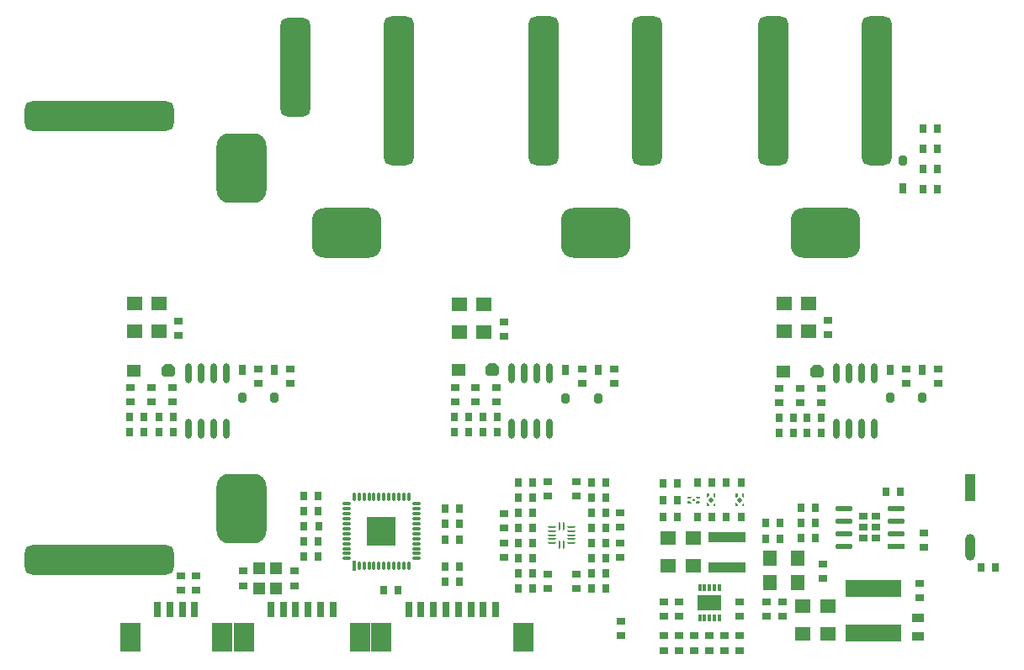
<source format=gbr>
%TF.GenerationSoftware,Altium Limited,Altium Designer,24.0.1 (36)*%
G04 Layer_Color=8421504*
%FSLAX45Y45*%
%MOMM*%
%TF.SameCoordinates,AD55DBC5-7C0D-423F-88F8-B269A012BA9E*%
%TF.FilePolarity,Positive*%
%TF.FileFunction,Paste,Top*%
%TF.Part,Single*%
G01*
G75*
%TA.AperFunction,SMDPad,CuDef*%
%ADD10R,0.75000X0.85000*%
%ADD11R,0.80000X1.00000*%
G04:AMPARAMS|DCode=12|XSize=1mm|YSize=0.8mm|CornerRadius=0mm|HoleSize=0mm|Usage=FLASHONLY|Rotation=90.000|XOffset=0mm|YOffset=0mm|HoleType=Round|Shape=Octagon|*
%AMOCTAGOND12*
4,1,8,0.20000,0.50000,-0.20000,0.50000,-0.40000,0.30000,-0.40000,-0.30000,-0.20000,-0.50000,0.20000,-0.50000,0.40000,-0.30000,0.40000,0.30000,0.20000,0.50000,0.0*
%
%ADD12OCTAGOND12*%

%ADD13R,0.30000X0.80000*%
%ADD14R,2.40000X1.52000*%
%ADD15R,3.00000X3.00000*%
%ADD16O,0.30000X1.00000*%
%ADD17R,0.30000X1.00000*%
%ADD18O,1.00000X0.30000*%
%ADD19R,0.85000X0.75000*%
%ADD20R,1.27000X0.88900*%
%TA.AperFunction,ConnectorPad*%
%ADD21R,0.80000X1.60000*%
%ADD22R,2.00000X3.00000*%
%TA.AperFunction,SMDPad,CuDef*%
%ADD27R,3.70000X1.10000*%
%ADD28R,1.65000X1.40000*%
G04:AMPARAMS|DCode=30|XSize=0.22mm|YSize=0.81mm|CornerRadius=0.055mm|HoleSize=0mm|Usage=FLASHONLY|Rotation=270.000|XOffset=0mm|YOffset=0mm|HoleType=Round|Shape=RoundedRectangle|*
%AMROUNDEDRECTD30*
21,1,0.22000,0.70000,0,0,270.0*
21,1,0.11000,0.81000,0,0,270.0*
1,1,0.11000,-0.35000,-0.05500*
1,1,0.11000,-0.35000,0.05500*
1,1,0.11000,0.35000,0.05500*
1,1,0.11000,0.35000,-0.05500*
%
%ADD30ROUNDEDRECTD30*%
G04:AMPARAMS|DCode=31|XSize=0.22mm|YSize=0.81mm|CornerRadius=0.055mm|HoleSize=0mm|Usage=FLASHONLY|Rotation=0.000|XOffset=0mm|YOffset=0mm|HoleType=Round|Shape=RoundedRectangle|*
%AMROUNDEDRECTD31*
21,1,0.22000,0.70000,0,0,0.0*
21,1,0.11000,0.81000,0,0,0.0*
1,1,0.11000,0.05500,-0.35000*
1,1,0.11000,-0.05500,-0.35000*
1,1,0.11000,-0.05500,0.35000*
1,1,0.11000,0.05500,0.35000*
%
%ADD31ROUNDEDRECTD31*%
%TA.AperFunction,ConnectorPad*%
G04:AMPARAMS|DCode=32|XSize=3mm|YSize=15mm|CornerRadius=0.75mm|HoleSize=0mm|Usage=FLASHONLY|Rotation=90.000|XOffset=0mm|YOffset=0mm|HoleType=Round|Shape=RoundedRectangle|*
%AMROUNDEDRECTD32*
21,1,3.00000,13.50000,0,0,90.0*
21,1,1.50000,15.00000,0,0,90.0*
1,1,1.50000,6.75000,0.75000*
1,1,1.50000,6.75000,-0.75000*
1,1,1.50000,-6.75000,-0.75000*
1,1,1.50000,-6.75000,0.75000*
%
%ADD32ROUNDEDRECTD32*%
G04:AMPARAMS|DCode=33|XSize=5mm|YSize=7mm|CornerRadius=1.25mm|HoleSize=0mm|Usage=FLASHONLY|Rotation=0.000|XOffset=0mm|YOffset=0mm|HoleType=Round|Shape=RoundedRectangle|*
%AMROUNDEDRECTD33*
21,1,5.00000,4.50000,0,0,0.0*
21,1,2.50000,7.00000,0,0,0.0*
1,1,2.50000,1.25000,-2.25000*
1,1,2.50000,-1.25000,-2.25000*
1,1,2.50000,-1.25000,2.25000*
1,1,2.50000,1.25000,2.25000*
%
%ADD33ROUNDEDRECTD33*%
%TA.AperFunction,SMDPad,CuDef*%
%ADD34R,1.40000X1.65000*%
%ADD36O,1.80000X0.55000*%
%ADD37R,1.80000X0.55000*%
%ADD38O,0.60960X2.03200*%
%TA.AperFunction,ConnectorPad*%
G04:AMPARAMS|DCode=39|XSize=3mm|YSize=10mm|CornerRadius=0.75mm|HoleSize=0mm|Usage=FLASHONLY|Rotation=0.000|XOffset=0mm|YOffset=0mm|HoleType=Round|Shape=RoundedRectangle|*
%AMROUNDEDRECTD39*
21,1,3.00000,8.50000,0,0,0.0*
21,1,1.50000,10.00000,0,0,0.0*
1,1,1.50000,0.75000,-4.25000*
1,1,1.50000,-0.75000,-4.25000*
1,1,1.50000,-0.75000,4.25000*
1,1,1.50000,0.75000,4.25000*
%
%ADD39ROUNDEDRECTD39*%
G04:AMPARAMS|DCode=40|XSize=5mm|YSize=7mm|CornerRadius=1.25mm|HoleSize=0mm|Usage=FLASHONLY|Rotation=270.000|XOffset=0mm|YOffset=0mm|HoleType=Round|Shape=RoundedRectangle|*
%AMROUNDEDRECTD40*
21,1,5.00000,4.50000,0,0,270.0*
21,1,2.50000,7.00000,0,0,270.0*
1,1,2.50000,-2.25000,-1.25000*
1,1,2.50000,-2.25000,1.25000*
1,1,2.50000,2.25000,1.25000*
1,1,2.50000,2.25000,-1.25000*
%
%ADD40ROUNDEDRECTD40*%
G04:AMPARAMS|DCode=41|XSize=3mm|YSize=15mm|CornerRadius=0.75mm|HoleSize=0mm|Usage=FLASHONLY|Rotation=0.000|XOffset=0mm|YOffset=0mm|HoleType=Round|Shape=RoundedRectangle|*
%AMROUNDEDRECTD41*
21,1,3.00000,13.50000,0,0,0.0*
21,1,1.50000,15.00000,0,0,0.0*
1,1,1.50000,0.75000,-6.75000*
1,1,1.50000,-0.75000,-6.75000*
1,1,1.50000,-0.75000,6.75000*
1,1,1.50000,0.75000,6.75000*
%
%ADD41ROUNDEDRECTD41*%
%TA.AperFunction,SMDPad,CuDef*%
%ADD42R,1.20000X1.30000*%
%ADD43O,1.00000X2.70000*%
%ADD44R,1.00000X2.70000*%
%ADD45R,5.70000X1.70000*%
%ADD46R,1.39700X1.27000*%
G04:AMPARAMS|DCode=47|XSize=1.397mm|YSize=1.27mm|CornerRadius=0mm|HoleSize=0mm|Usage=FLASHONLY|Rotation=0.000|XOffset=0mm|YOffset=0mm|HoleType=Round|Shape=Octagon|*
%AMOCTAGOND47*
4,1,8,0.69850,-0.31750,0.69850,0.31750,0.38100,0.63500,-0.38100,0.63500,-0.69850,0.31750,-0.69850,-0.31750,-0.38100,-0.63500,0.38100,-0.63500,0.69850,-0.31750,0.0*
%
%ADD47OCTAGOND47*%

%TA.AperFunction,OtherPad,Pad U5-10 (85.74mm,12.337mm)*%
%ADD111R,0.90000X0.70000*%
%TA.AperFunction,OtherPad,Pad U5-11 (84.465mm,12.337mm)*%
%ADD112R,0.90000X0.70000*%
%TA.AperFunction,OtherPad,Pad U5-11 (84.465mm,13.437mm)*%
%ADD113R,0.90000X0.70000*%
%TA.AperFunction,OtherPad,Pad U5-10 (85.74mm,13.437mm)*%
%ADD114R,0.90000X0.70000*%
%TA.AperFunction,OtherPad,Pad U5-11 (84.465mm,14.537mm)*%
%ADD115R,0.90000X0.70000*%
%TA.AperFunction,OtherPad,Pad U5-10 (85.74mm,14.537mm)*%
%ADD116R,0.90000X0.70000*%
G36*
X7248980Y1645520D02*
X7245980D01*
X7227980Y1663520D01*
Y1685520D01*
X7248980D01*
Y1645520D01*
D02*
G37*
G36*
X7183980Y1663520D02*
X7165980Y1645520D01*
X7162980D01*
Y1685520D01*
X7183980D01*
Y1663520D01*
D02*
G37*
G36*
X6959940Y1645340D02*
X6956940D01*
X6938940Y1663340D01*
Y1685340D01*
X6959940D01*
Y1645340D01*
D02*
G37*
G36*
X6894940Y1663340D02*
X6876940Y1645340D01*
X6873940D01*
Y1685340D01*
X6894940D01*
Y1663340D01*
D02*
G37*
G36*
X6796960Y1655420D02*
X6797160D01*
X6797460Y1655320D01*
X6797660D01*
X6797960Y1655220D01*
X6798160Y1655120D01*
X6798460Y1655020D01*
X6798660Y1654820D01*
X6798860Y1654720D01*
X6799060Y1654520D01*
X6799260Y1654420D01*
X6799460Y1654220D01*
X6799660Y1654020D01*
X6799860Y1653820D01*
X6800060Y1653620D01*
X6800160Y1653420D01*
X6800360Y1653220D01*
X6800460Y1653020D01*
X6800660Y1652820D01*
X6800760Y1652520D01*
X6800860Y1652320D01*
X6800960Y1652020D01*
Y1651820D01*
X6801060Y1651520D01*
Y1651320D01*
X6801160Y1651020D01*
Y1650820D01*
Y1650520D01*
Y1638520D01*
Y1638220D01*
Y1638020D01*
X6801060Y1637720D01*
Y1637520D01*
X6800960Y1637220D01*
Y1637020D01*
X6800860Y1636720D01*
X6800760Y1636520D01*
X6800660Y1636220D01*
X6800460Y1636020D01*
X6800360Y1635820D01*
X6800160Y1635620D01*
X6800060Y1635420D01*
X6799860Y1635220D01*
X6799660Y1635020D01*
X6799460Y1634820D01*
X6799260Y1634620D01*
X6799060Y1634520D01*
X6798860Y1634320D01*
X6798660Y1634220D01*
X6798460Y1634020D01*
X6798160Y1633920D01*
X6797960Y1633820D01*
X6797660Y1633720D01*
X6797460D01*
X6797160Y1633620D01*
X6796960D01*
X6796660Y1633520D01*
X6775160D01*
X6759160Y1649520D01*
Y1655520D01*
X6796660D01*
X6796960Y1655420D01*
D02*
G37*
G36*
X6723160Y1649520D02*
X6707160Y1633520D01*
X6685660D01*
X6685360Y1633620D01*
X6685160D01*
X6684860Y1633720D01*
X6684660D01*
X6684360Y1633820D01*
X6684160Y1633920D01*
X6683860Y1634020D01*
X6683660Y1634220D01*
X6683460Y1634320D01*
X6683260Y1634520D01*
X6683060Y1634620D01*
X6682860Y1634820D01*
X6682660Y1635020D01*
X6682460Y1635220D01*
X6682260Y1635420D01*
X6682160Y1635620D01*
X6681960Y1635820D01*
X6681860Y1636020D01*
X6681660Y1636220D01*
X6681560Y1636520D01*
X6681460Y1636720D01*
X6681360Y1637020D01*
Y1637220D01*
X6681260Y1637520D01*
Y1637720D01*
X6681160Y1638020D01*
Y1638220D01*
Y1638520D01*
Y1650520D01*
Y1650820D01*
Y1651020D01*
X6681260Y1651320D01*
Y1651520D01*
X6681360Y1651820D01*
Y1652020D01*
X6681460Y1652320D01*
X6681560Y1652520D01*
X6681660Y1652820D01*
X6681860Y1653020D01*
X6681960Y1653220D01*
X6682160Y1653420D01*
X6682260Y1653620D01*
X6682460Y1653820D01*
X6682660Y1654020D01*
X6682860Y1654220D01*
X6683060Y1654420D01*
X6683260Y1654520D01*
X6683460Y1654720D01*
X6683660Y1654820D01*
X6683860Y1655020D01*
X6684160Y1655120D01*
X6684360Y1655220D01*
X6684660Y1655320D01*
X6684860D01*
X6685160Y1655420D01*
X6685360D01*
X6685660Y1655520D01*
X6723160D01*
Y1649520D01*
D02*
G37*
G36*
X6742160Y1635320D02*
X6742460D01*
X6742660Y1635220D01*
X6742960Y1635120D01*
X6743160Y1635020D01*
X6743460Y1634920D01*
X6743660Y1634820D01*
X6743860Y1634620D01*
X6744060Y1634520D01*
X6744260Y1634320D01*
X6744460Y1634120D01*
X6744660Y1634020D01*
X6754660Y1624020D01*
X6754760Y1623820D01*
X6754960Y1623620D01*
X6755160Y1623420D01*
X6755260Y1623220D01*
X6755460Y1623020D01*
X6755560Y1622820D01*
X6755660Y1622520D01*
X6755760Y1622320D01*
X6755860Y1622020D01*
X6755960Y1621820D01*
Y1621520D01*
X6756060Y1621320D01*
Y1621020D01*
Y1620820D01*
Y1620520D01*
Y1620220D01*
Y1620020D01*
Y1619720D01*
X6755960Y1619520D01*
Y1619220D01*
X6755860Y1619020D01*
X6755760Y1618720D01*
X6755660Y1618520D01*
X6755560Y1618220D01*
X6755460Y1618020D01*
X6755260Y1617820D01*
X6755160Y1617620D01*
X6754960Y1617420D01*
X6754760Y1617220D01*
X6754660Y1617020D01*
X6744660Y1607020D01*
X6744460Y1606920D01*
X6744260Y1606720D01*
X6744060Y1606520D01*
X6743860Y1606420D01*
X6743660Y1606220D01*
X6743460Y1606120D01*
X6743160Y1606020D01*
X6742960Y1605920D01*
X6742660Y1605820D01*
X6742460Y1605720D01*
X6742160D01*
X6741960Y1605620D01*
X6740360D01*
X6740160Y1605720D01*
X6739860D01*
X6739660Y1605820D01*
X6739360Y1605920D01*
X6739160Y1606020D01*
X6738860Y1606120D01*
X6738660Y1606220D01*
X6738460Y1606420D01*
X6738260Y1606520D01*
X6738060Y1606720D01*
X6737860Y1606920D01*
X6737660Y1607020D01*
X6737624Y1607056D01*
X6727660Y1617020D01*
X6727560Y1617220D01*
X6727360Y1617420D01*
X6727160Y1617620D01*
X6727060Y1617820D01*
X6726860Y1618020D01*
X6726760Y1618220D01*
X6726660Y1618520D01*
X6726560Y1618720D01*
X6726460Y1619020D01*
X6726360Y1619220D01*
Y1619520D01*
X6726260Y1619720D01*
Y1620020D01*
Y1620220D01*
Y1620520D01*
Y1620820D01*
Y1621020D01*
Y1621320D01*
X6726360Y1621520D01*
Y1621820D01*
X6726460Y1622020D01*
X6726560Y1622320D01*
X6726660Y1622520D01*
X6726760Y1622820D01*
X6726860Y1623020D01*
X6727060Y1623220D01*
X6727160Y1623420D01*
X6727360Y1623620D01*
X6727560Y1623820D01*
X6727660Y1624020D01*
X6737660Y1634020D01*
X6737860Y1634120D01*
X6738060Y1634320D01*
X6738260Y1634520D01*
X6738460Y1634620D01*
X6738660Y1634820D01*
X6738860Y1634920D01*
X6739160Y1635020D01*
X6739360Y1635120D01*
X6739660Y1635220D01*
X6739860Y1635320D01*
X6740160D01*
X6740360Y1635420D01*
X6741960D01*
X6742160Y1635320D01*
D02*
G37*
G36*
X7237800Y1620520D02*
X7205980Y1588700D01*
X7174160Y1620520D01*
X7205980Y1652340D01*
X7237800Y1620520D01*
D02*
G37*
G36*
X6948760Y1620340D02*
X6916940Y1588520D01*
X6885120Y1620340D01*
X6916940Y1652160D01*
X6948760Y1620340D01*
D02*
G37*
G36*
X6796960Y1607420D02*
X6797160D01*
X6797460Y1607320D01*
X6797660D01*
X6797960Y1607220D01*
X6798160Y1607120D01*
X6798460Y1607020D01*
X6798660Y1606820D01*
X6798860Y1606720D01*
X6799060Y1606520D01*
X6799260Y1606420D01*
X6799460Y1606220D01*
X6799660Y1606020D01*
X6799860Y1605820D01*
X6800060Y1605620D01*
X6800160Y1605420D01*
X6800360Y1605220D01*
X6800460Y1605020D01*
X6800660Y1604820D01*
X6800760Y1604520D01*
X6800860Y1604320D01*
X6800960Y1604020D01*
Y1603820D01*
X6801060Y1603520D01*
Y1603320D01*
X6801160Y1603020D01*
Y1602820D01*
Y1602520D01*
Y1590520D01*
Y1590220D01*
Y1590020D01*
X6801060Y1589720D01*
Y1589520D01*
X6800960Y1589220D01*
Y1589020D01*
X6800860Y1588720D01*
X6800760Y1588520D01*
X6800660Y1588220D01*
X6800460Y1588020D01*
X6800360Y1587820D01*
X6800160Y1587620D01*
X6800060Y1587420D01*
X6799860Y1587220D01*
X6799660Y1587020D01*
X6799460Y1586820D01*
X6799260Y1586620D01*
X6799060Y1586520D01*
X6798860Y1586320D01*
X6798660Y1586220D01*
X6798460Y1586020D01*
X6798160Y1585920D01*
X6797960Y1585820D01*
X6797660Y1585720D01*
X6797460D01*
X6797160Y1585620D01*
X6796960D01*
X6796660Y1585520D01*
X6759160D01*
Y1591520D01*
X6775160Y1607520D01*
X6796660D01*
X6796960Y1607420D01*
D02*
G37*
G36*
X6723160Y1591520D02*
Y1585520D01*
X6685660D01*
X6685360Y1585620D01*
X6685160D01*
X6684860Y1585720D01*
X6684660D01*
X6684360Y1585820D01*
X6684160Y1585920D01*
X6683860Y1586020D01*
X6683660Y1586220D01*
X6683460Y1586320D01*
X6683260Y1586520D01*
X6683060Y1586620D01*
X6682860Y1586820D01*
X6682660Y1587020D01*
X6682460Y1587220D01*
X6682260Y1587420D01*
X6682160Y1587620D01*
X6681960Y1587820D01*
X6681860Y1588020D01*
X6681660Y1588220D01*
X6681560Y1588520D01*
X6681460Y1588720D01*
X6681360Y1589020D01*
Y1589220D01*
X6681260Y1589520D01*
Y1589720D01*
X6681160Y1590020D01*
Y1590220D01*
Y1590520D01*
Y1602520D01*
Y1602820D01*
Y1603020D01*
X6681260Y1603320D01*
Y1603520D01*
X6681360Y1603820D01*
Y1604020D01*
X6681460Y1604320D01*
X6681560Y1604520D01*
X6681660Y1604820D01*
X6681860Y1605020D01*
X6681960Y1605220D01*
X6682160Y1605420D01*
X6682260Y1605620D01*
X6682460Y1605820D01*
X6682660Y1606020D01*
X6682860Y1606220D01*
X6683060Y1606420D01*
X6683260Y1606520D01*
X6683460Y1606720D01*
X6683660Y1606820D01*
X6683860Y1607020D01*
X6684160Y1607120D01*
X6684360Y1607220D01*
X6684660Y1607320D01*
X6684860D01*
X6685160Y1607420D01*
X6685360D01*
X6685660Y1607520D01*
X6707160D01*
X6723160Y1591520D01*
D02*
G37*
G36*
X7248980Y1555520D02*
X7227980D01*
Y1577520D01*
X7245980Y1595520D01*
X7248980D01*
Y1555520D01*
D02*
G37*
G36*
X7183980Y1577520D02*
Y1555520D01*
X7162980D01*
Y1595520D01*
X7165980D01*
X7183980Y1577520D01*
D02*
G37*
G36*
X6959940Y1555340D02*
X6938940D01*
Y1577340D01*
X6956940Y1595340D01*
X6959940D01*
Y1555340D01*
D02*
G37*
G36*
X6894940Y1577340D02*
Y1555340D01*
X6873940D01*
Y1595340D01*
X6876940D01*
X6894940Y1577340D01*
D02*
G37*
D10*
X9193640Y4749800D02*
D03*
X9048640D02*
D03*
X4237880Y952500D02*
D03*
X4382880D02*
D03*
X4237880Y800100D02*
D03*
X4382880D02*
D03*
X2820560Y1051560D02*
D03*
X2965560D02*
D03*
X2820560Y1663700D02*
D03*
X2965560D02*
D03*
X2821720Y1356360D02*
D03*
X2966720D02*
D03*
X2820560Y1203960D02*
D03*
X2965560D02*
D03*
X4381720Y1531620D02*
D03*
X4236720D02*
D03*
X4381720Y1376680D02*
D03*
X4236720D02*
D03*
X4382880Y1221740D02*
D03*
X4237880D02*
D03*
X2820560Y1511300D02*
D03*
X2965560D02*
D03*
X3769580Y708660D02*
D03*
X3624580D02*
D03*
X5124560Y883920D02*
D03*
X4979560D02*
D03*
X5124560Y731520D02*
D03*
X4979560D02*
D03*
X9635380Y939800D02*
D03*
X9780380D02*
D03*
X5124560Y1341120D02*
D03*
X4979560D02*
D03*
X5124560Y1493520D02*
D03*
X4979560D02*
D03*
X5124560Y1188720D02*
D03*
X4979560D02*
D03*
X5124560Y1036320D02*
D03*
X4979560D02*
D03*
X4979560Y1645920D02*
D03*
X5124560D02*
D03*
X4979560Y1798320D02*
D03*
X5124560D02*
D03*
X8677800Y1699260D02*
D03*
X8822800D02*
D03*
X6429900Y1447800D02*
D03*
X6574900D02*
D03*
X6574900Y1620520D02*
D03*
X6429900D02*
D03*
X6574900Y1790700D02*
D03*
X6429900D02*
D03*
X5711080Y1188720D02*
D03*
X5856080D02*
D03*
X5711080Y1036320D02*
D03*
X5856080D02*
D03*
X5856080Y883920D02*
D03*
X5711080D02*
D03*
X5856080Y731520D02*
D03*
X5711080D02*
D03*
X5711080Y1341120D02*
D03*
X5856080D02*
D03*
X5711080Y1493520D02*
D03*
X5856080D02*
D03*
X5856080Y1645920D02*
D03*
X5711080D02*
D03*
X5856080Y1798320D02*
D03*
X5711080D02*
D03*
X7613760Y1231900D02*
D03*
X7468760D02*
D03*
X7613760Y1386840D02*
D03*
X7468760D02*
D03*
X7822980Y1234440D02*
D03*
X7967980D02*
D03*
X7071360Y1791900D02*
D03*
X7216360D02*
D03*
Y1446460D02*
D03*
X7071360D02*
D03*
X6782960Y1791900D02*
D03*
X6927960D02*
D03*
X6926800Y1446460D02*
D03*
X6781800D02*
D03*
X7822980Y1389380D02*
D03*
X7967980D02*
D03*
X9193639Y5356860D02*
D03*
X9048640D02*
D03*
X9193640Y5153660D02*
D03*
X9048640D02*
D03*
X7967979Y1544320D02*
D03*
X7822980D02*
D03*
X9048640Y4950460D02*
D03*
X9193640D02*
D03*
X4475480Y2303780D02*
D03*
X4330480D02*
D03*
X1210420Y2301240D02*
D03*
X1065420D02*
D03*
X4617720Y2303780D02*
D03*
X4762720D02*
D03*
X1360060Y2301240D02*
D03*
X1505060D02*
D03*
X4617720Y2458720D02*
D03*
X4762720D02*
D03*
X1360060Y2456180D02*
D03*
X1505060D02*
D03*
X4330481Y2458720D02*
D03*
X4475481D02*
D03*
X1065420Y2456180D02*
D03*
X1210420D02*
D03*
X7742140Y2298700D02*
D03*
X7597140D02*
D03*
X7883000D02*
D03*
X8028000D02*
D03*
X7883000Y2451100D02*
D03*
X8028000D02*
D03*
X7597140D02*
D03*
X7742140D02*
D03*
D11*
X8849360Y4762200D02*
D03*
X9042400Y2927200D02*
D03*
X8717280Y2927500D02*
D03*
X5778500Y2926080D02*
D03*
X2522220Y2928620D02*
D03*
X5453380Y2926380D02*
D03*
X2197100Y2928620D02*
D03*
D12*
X8849360Y5042200D02*
D03*
X9042400Y2647200D02*
D03*
X8717280Y2647500D02*
D03*
X5778500Y2646080D02*
D03*
X2522220Y2648620D02*
D03*
X5453380Y2646380D02*
D03*
X2197100Y2648620D02*
D03*
D13*
X6901167Y733877D02*
D03*
X6851180D02*
D03*
X6801167D02*
D03*
X6951180D02*
D03*
X7001167D02*
D03*
X6851180Y433903D02*
D03*
X6801167D02*
D03*
X6951180D02*
D03*
X6901167D02*
D03*
X7001167D02*
D03*
D14*
X6900278Y583737D02*
D03*
D15*
X3599180Y1305560D02*
D03*
D16*
X3874180Y955560D02*
D03*
X3824180D02*
D03*
X3774180D02*
D03*
X3724180D02*
D03*
X3674180D02*
D03*
X3624180D02*
D03*
X3574180D02*
D03*
X3524180D02*
D03*
X3474180D02*
D03*
X3424180D02*
D03*
X3374180D02*
D03*
X3324180Y1655560D02*
D03*
X3374180D02*
D03*
X3424180D02*
D03*
X3474180D02*
D03*
X3524180D02*
D03*
X3574180D02*
D03*
X3624180D02*
D03*
X3674180D02*
D03*
X3724180D02*
D03*
X3774180D02*
D03*
X3824180D02*
D03*
X3874180D02*
D03*
D17*
X3324180Y955560D02*
D03*
D18*
X3949180Y1580560D02*
D03*
Y1530560D02*
D03*
Y1480560D02*
D03*
Y1430560D02*
D03*
Y1380560D02*
D03*
Y1330560D02*
D03*
Y1280560D02*
D03*
Y1230560D02*
D03*
Y1180560D02*
D03*
Y1130560D02*
D03*
Y1080560D02*
D03*
Y1030560D02*
D03*
X3249180D02*
D03*
Y1080560D02*
D03*
Y1130560D02*
D03*
Y1180560D02*
D03*
Y1230560D02*
D03*
Y1280560D02*
D03*
Y1330560D02*
D03*
Y1380560D02*
D03*
Y1430560D02*
D03*
Y1480560D02*
D03*
Y1530560D02*
D03*
Y1580560D02*
D03*
D19*
X6002020Y1488660D02*
D03*
Y1343660D02*
D03*
X9017000Y783700D02*
D03*
Y638700D02*
D03*
X1732280Y711200D02*
D03*
Y856200D02*
D03*
X6007100Y252620D02*
D03*
Y397620D02*
D03*
X1577340Y856200D02*
D03*
Y711200D02*
D03*
X4546600Y2607200D02*
D03*
Y2752200D02*
D03*
X1285240Y2604660D02*
D03*
Y2749660D02*
D03*
X7813040Y2599580D02*
D03*
Y2744580D02*
D03*
X9204960Y2937360D02*
D03*
Y2792360D02*
D03*
X4338320Y2754740D02*
D03*
Y2609740D02*
D03*
X6896420Y105830D02*
D03*
Y250830D02*
D03*
X6591620Y105830D02*
D03*
Y250830D02*
D03*
X6439220Y105830D02*
D03*
Y250830D02*
D03*
X6744020D02*
D03*
Y105830D02*
D03*
X7048820Y250830D02*
D03*
Y105830D02*
D03*
X4833620Y1341120D02*
D03*
Y1486120D02*
D03*
X5273040Y1802240D02*
D03*
Y1657240D02*
D03*
X4833620Y1188720D02*
D03*
Y1043720D02*
D03*
X5273040Y725060D02*
D03*
Y870060D02*
D03*
X6002020Y1186180D02*
D03*
Y1041180D02*
D03*
X5562600Y725060D02*
D03*
Y870060D02*
D03*
Y1804780D02*
D03*
Y1659780D02*
D03*
X7200900Y594580D02*
D03*
Y449580D02*
D03*
X6441440Y452120D02*
D03*
Y597120D02*
D03*
X6593840Y597120D02*
D03*
Y452120D02*
D03*
X7201220Y105830D02*
D03*
Y250830D02*
D03*
X2722880Y758080D02*
D03*
Y903080D02*
D03*
X2204720D02*
D03*
Y758080D02*
D03*
X8039100Y976740D02*
D03*
Y831740D02*
D03*
X9055100Y1286620D02*
D03*
Y1141620D02*
D03*
X7475220Y595740D02*
D03*
Y450740D02*
D03*
X7635240Y594360D02*
D03*
Y449360D02*
D03*
X1074420Y2607200D02*
D03*
Y2752200D02*
D03*
X4752340Y2754740D02*
D03*
Y2609740D02*
D03*
X1498600Y2749660D02*
D03*
Y2604660D02*
D03*
X5941060Y2791240D02*
D03*
Y2936240D02*
D03*
X2684780Y2793780D02*
D03*
Y2938780D02*
D03*
X4828540Y3271520D02*
D03*
Y3416520D02*
D03*
X1557020Y3280300D02*
D03*
Y3425300D02*
D03*
X5615940Y2791240D02*
D03*
Y2936240D02*
D03*
X2359660Y2793780D02*
D03*
Y2938780D02*
D03*
X7604980Y2598420D02*
D03*
Y2743420D02*
D03*
X8021540D02*
D03*
Y2598420D02*
D03*
X8092440Y3282840D02*
D03*
Y3427840D02*
D03*
X8879840Y2792360D02*
D03*
Y2937360D02*
D03*
D20*
X9001752Y245368D02*
D03*
Y435368D02*
D03*
D21*
X1345280Y516560D02*
D03*
X1470280D02*
D03*
X1595280D02*
D03*
X1720280D02*
D03*
X3873500D02*
D03*
X3998500D02*
D03*
X4123500D02*
D03*
X4248500D02*
D03*
X4373500D02*
D03*
X4498500D02*
D03*
X4623500D02*
D03*
X4748500D02*
D03*
X3111660D02*
D03*
X2986660D02*
D03*
X2861660D02*
D03*
X2736660D02*
D03*
X2611660D02*
D03*
X2486660D02*
D03*
D22*
X1070960Y235500D02*
D03*
X1997360D02*
D03*
X3599180D02*
D03*
X5025580D02*
D03*
X3388740D02*
D03*
X2212340D02*
D03*
D27*
X7076440Y1244740D02*
D03*
Y944740D02*
D03*
D28*
X6482080Y954440D02*
D03*
Y1234440D02*
D03*
X6733540Y954740D02*
D03*
Y1234740D02*
D03*
X7840980Y274020D02*
D03*
Y554020D02*
D03*
X8089900Y274020D02*
D03*
Y554020D02*
D03*
X7650480Y3599480D02*
D03*
Y3319480D02*
D03*
X7894320Y3599480D02*
D03*
Y3319480D02*
D03*
X4627880Y3589620D02*
D03*
Y3309620D02*
D03*
X1114655Y3599480D02*
D03*
Y3319480D02*
D03*
X4381500Y3589620D02*
D03*
Y3309620D02*
D03*
X1358495Y3599480D02*
D03*
Y3319480D02*
D03*
D30*
X5318240Y1344920D02*
D03*
Y1304920D02*
D03*
Y1264920D02*
D03*
Y1224920D02*
D03*
Y1184920D02*
D03*
X5507240D02*
D03*
Y1224920D02*
D03*
Y1264920D02*
D03*
Y1304920D02*
D03*
Y1344920D02*
D03*
D31*
X5392740Y1170420D02*
D03*
X5432740D02*
D03*
Y1359420D02*
D03*
X5392740D02*
D03*
D32*
X760160Y5486400D02*
D03*
X760160Y1016000D02*
D03*
D33*
X2190160Y4966403D02*
D03*
Y1536000D02*
D03*
D34*
X7507940Y1033780D02*
D03*
X7787940D02*
D03*
X7507940Y789940D02*
D03*
X7787940D02*
D03*
D36*
X8249040Y1534160D02*
D03*
Y1407160D02*
D03*
Y1280160D02*
D03*
Y1153160D02*
D03*
X8774040Y1534160D02*
D03*
Y1407160D02*
D03*
Y1280160D02*
D03*
D37*
Y1153160D02*
D03*
D38*
X4909820Y2334260D02*
D03*
X5036820D02*
D03*
X5163820D02*
D03*
X5290820D02*
D03*
Y2893060D02*
D03*
X5163820D02*
D03*
X5036820D02*
D03*
X4909820D02*
D03*
X1653540Y2334260D02*
D03*
X1780540D02*
D03*
X1907540D02*
D03*
X2034540D02*
D03*
Y2893060D02*
D03*
X1907540D02*
D03*
X1780540D02*
D03*
X1653540D02*
D03*
X8173940Y2334260D02*
D03*
X8300940D02*
D03*
X8427940D02*
D03*
X8554940D02*
D03*
Y2893060D02*
D03*
X8427940D02*
D03*
X8300940D02*
D03*
X8173940D02*
D03*
D39*
X2732337Y5979160D02*
D03*
D40*
X3252337Y4310400D02*
D03*
X5752400D02*
D03*
X8065203Y4310400D02*
D03*
D41*
X3772334Y5740400D02*
D03*
X5232400Y5740400D02*
D03*
X6272397Y5740400D02*
D03*
X7545203Y5740400D02*
D03*
X8585200Y5740400D02*
D03*
D42*
X2541180Y725580D02*
D03*
X2371180D02*
D03*
X2541180Y935580D02*
D03*
X2371180D02*
D03*
D43*
X9522460Y1145260D02*
D03*
D44*
Y1745260D02*
D03*
D45*
X8549640Y283000D02*
D03*
Y733000D02*
D03*
D46*
X7641810Y2915920D02*
D03*
X4372610Y2931160D02*
D03*
X1109980Y2922380D02*
D03*
D47*
X7984710Y2915920D02*
D03*
X4715510Y2931160D02*
D03*
X1452880Y2922380D02*
D03*
D111*
X8574040Y1233660D02*
D03*
D112*
X8446540D02*
D03*
D113*
Y1343660D02*
D03*
D114*
X8574040D02*
D03*
D115*
X8446540Y1453660D02*
D03*
D116*
X8574040D02*
D03*
%TF.MD5,17ecb8e9af1a0398f6dd2faa7da8347e*%
M02*

</source>
